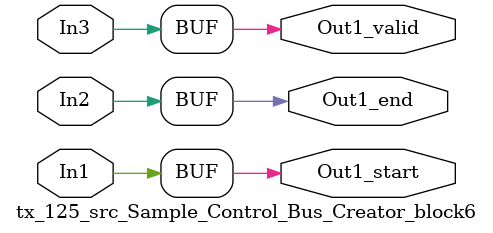
<source format=v>



`timescale 1 ns / 1 ns

module tx_125_src_Sample_Control_Bus_Creator_block6
          (In1,
           In2,
           In3,
           Out1_start,
           Out1_end,
           Out1_valid);


  input   In1;
  input   In2;
  input   In3;
  output  Out1_start;
  output  Out1_end;
  output  Out1_valid;




  assign Out1_start = In1;

  assign Out1_end = In2;

  assign Out1_valid = In3;

endmodule  // tx_125_src_Sample_Control_Bus_Creator_block6


</source>
